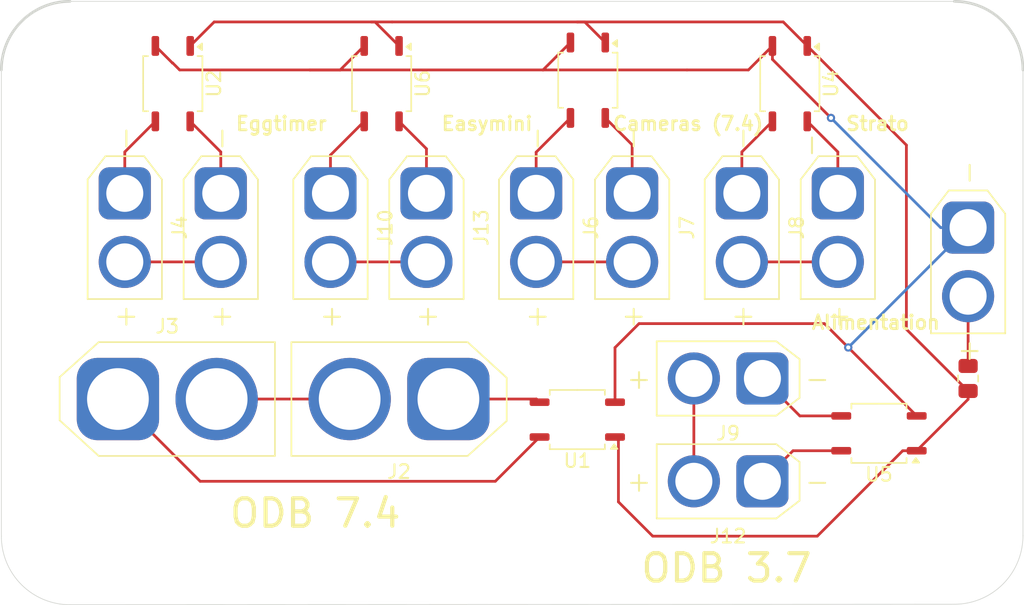
<source format=kicad_pcb>
(kicad_pcb (version 20240108) (generator "pcbnew") (generator_version "8.0")
  (layers (0 "F.Cu" signal) (31 "B.Cu" signal) (34 "B.Paste" user) (35 "F.Paste" user) (36 "B.SilkS" user "B.Silkscreen") (37 "F.SilkS" user "F.Silkscreen") (38 "B.Mask" user) (39 "F.Mask" user) (44 "Edge.Cuts" user))
  (net 0 "")
  (net 1 "GND")
  (net 2 "Net-(J2-Pin_1)")
  (net 3 "Net-(J2-Pin_2)")
  (net 4 "Net-(J3-Pin_1)")
  (net 5 "Net-(J4-Pin_2)")
  (net 6 "Net-(J4-Pin_1)")
  (net 7 "Net-(J5-Pin_1)")
  (net 8 "Net-(J6-Pin_1)")
  (net 9 "Net-(J6-Pin_2)")
  (net 10 "Net-(J7-Pin_1)")
  (net 11 "Net-(J11-Pin_2)")
  (net 12 "Net-(J8-Pin_1)")
  (net 13 "Net-(J12-Pin_2)")
  (net 14 "Net-(J9-Pin_1)")
  (net 15 "Net-(J10-Pin_2)")
  (net 16 "Net-(J10-Pin_1)")
  (net 17 "Net-(J11-Pin_1)")
  (net 18 "Net-(J12-Pin_1)")
  (net 19 "Net-(J13-Pin_1)")
  (net 20 "Net-(J1-Pin_2)")
  (net 21 "Vcc")
  (footprint "Connector_AMASS:AMASS_XT30U-M_1x02_P5.0mm_Vertical" (layer "F.Cu") (at 134 109 -90)
    (property "Reference" "J6" (at 2.5 -4 90) (layer "F.SilkS"))
    (property "Value" "Screw_Terminal_01x02" (hide yes))
    (fp_line (start -1.01 2.71) (end 7.71 2.71) (stroke (width 0.12)) (layer "F.SilkS"))
    (fp_line (start -2.71 1.41) (end -1.01 2.71) (stroke (width 0.12)) (layer "F.SilkS"))
    (fp_line (start -2.71 -1.41) (end -2.71 1.41) (stroke (width 0.12)) (layer "F.SilkS"))
    (fp_line (start -2.71 -1.41) (end -1.01 -2.71) (stroke (width 0.12)) (layer "F.SilkS"))
    (fp_line (start -1.01 -2.71) (end 7.71 -2.71) (stroke (width 0.12)) (layer "F.SilkS"))
    (fp_line (start 7.71 -2.71) (end 7.71 2.71) (stroke (width 0.12)) (layer "F.SilkS"))
    (fp_text user "+" (at 9 0 90) (layer "F.SilkS") (effects (font (size 1.5 1.5))))
    (fp_text user "-" (at -4 0 90) (layer "F.SilkS") (effects (font (size 1.5 1.5))))
    (pad "1" thru_hole roundrect (at 0 0 270) (size 3.8 3.8) (drill 2.7) (layers "*.Cu" "*.Mask") (roundrect_rratio 0.2) (net 8 "Net-(J6-Pin_1)"))
    (pad "2" thru_hole circle (at 5 0 270) (size 3.8 3.8) (drill 2.7) (layers "*.Cu" "*.Mask") (net 9 "Net-(J6-Pin_2)"))
  )
  (footprint "MountingHole:MountingHole_3.2mm_M3" (layer "F.Cu") (at 100 100)
    (property "Reference" "REF**" (hide yes))
    (property "Value" "MountingHole_3.2mm_M3" (hide yes))
    (pad "" np_thru_hole circle (at 0 0) (size 3.2 3.2) (drill 3.2) (layers "*.Cu" "*.Mask"))
  )
  (footprint "Connector_AMASS:AMASS_XT60-F_1x02_P7.20mm_Vertical" (layer "F.Cu") (at 103.5 124)
    (property "Reference" "J3" (at 3.6 -5.3 0) (layer "F.SilkS"))
    (property "Value" "Screw_Terminal_01x02" (hide yes))
    (fp_line (start -4.25 -1.6) (end -4.25 1.55) (stroke (width 0.12)) (layer "F.SilkS"))
    (fp_line (start -4.25 1.55) (end -1.4 4.15) (stroke (width 0.12)) (layer "F.SilkS"))
    (fp_line (start -1.4 -4.15) (end -4.25 -1.6) (stroke (width 0.12)) (layer "F.SilkS"))
    (fp_line (start -1.4 4.15) (end 11.45 4.15) (stroke (width 0.12)) (layer "F.SilkS"))
    (fp_line (start 11.45 -4.15) (end -1.4 -4.15) (stroke (width 0.12)) (layer "F.SilkS"))
    (fp_line (start 11.45 4.15) (end 11.45 -4.15) (stroke (width 0.12)) (layer "F.SilkS"))
    (pad "1" thru_hole roundrect (at 0 0) (size 6 6) (drill 4.5) (layers "*.Cu" "*.Mask") (net 4 "Net-(J3-Pin_1)"))
    (pad "2" thru_hole circle (at 7.2 0) (size 6 6) (drill 4.5) (layers "*.Cu" "*.Mask") (net 3 "Net-(J2-Pin_2)"))
  )
  (footprint "Connector_AMASS:AMASS_XT30U-M_1x02_P5.0mm_Vertical" (layer "F.Cu") (at 149 109 -90)
    (property "Reference" "J8" (at 2.5 -4 90) (layer "F.SilkS"))
    (property "Value" "Screw_Terminal_01x02" (hide yes))
    (fp_line (start -1.01 2.71) (end 7.71 2.71) (stroke (width 0.12)) (layer "F.SilkS"))
    (fp_line (start -2.71 1.41) (end -1.01 2.71) (stroke (width 0.12)) (layer "F.SilkS"))
    (fp_line (start -2.71 -1.41) (end -2.71 1.41) (stroke (width 0.12)) (layer "F.SilkS"))
    (fp_line (start -2.71 -1.41) (end -1.01 -2.71) (stroke (width 0.12)) (layer "F.SilkS"))
    (fp_line (start -1.01 -2.71) (end 7.71 -2.71) (stroke (width 0.12)) (layer "F.SilkS"))
    (fp_line (start 7.71 -2.71) (end 7.71 2.71) (stroke (width 0.12)) (layer "F.SilkS"))
    (fp_text user "+" (at 9 0 90) (layer "F.SilkS") (effects (font (size 1.5 1.5))))
    (fp_text user "-" (at -4 0 90) (layer "F.SilkS") (effects (font (size 1.5 1.5))))
    (pad "1" thru_hole roundrect (at 0 0 270) (size 3.8 3.8) (drill 2.7) (layers "*.Cu" "*.Mask") (roundrect_rratio 0.2) (net 12 "Net-(J8-Pin_1)"))
    (pad "2" thru_hole circle (at 5 0 270) (size 3.8 3.8) (drill 2.7) (layers "*.Cu" "*.Mask") (net 11 "Net-(J11-Pin_2)"))
  )
  (footprint "Connector_AMASS:AMASS_XT30U-M_1x02_P5.0mm_Vertical" (layer "F.Cu") (at 165.5 111.5 -90)
    (property "Reference" "J1" (hide yes))
    (property "Value" "Screw_Terminal_01x02" (hide yes))
    (fp_line (start -1.01 2.71) (end 7.71 2.71) (stroke (width 0.12)) (layer "F.SilkS"))
    (fp_line (start -2.71 1.41) (end -1.01 2.71) (stroke (width 0.12)) (layer "F.SilkS"))
    (fp_line (start -2.71 -1.41) (end -2.71 1.41) (stroke (width 0.12)) (layer "F.SilkS"))
    (fp_line (start -2.71 -1.41) (end -1.01 -2.71) (stroke (width 0.12)) (layer "F.SilkS"))
    (fp_line (start -1.01 -2.71) (end 7.71 -2.71) (stroke (width 0.12)) (layer "F.SilkS"))
    (fp_line (start 7.71 -2.71) (end 7.71 2.71) (stroke (width 0.12)) (layer "F.SilkS"))
    (fp_text user "+" (at 9 0 90) (layer "F.SilkS") (effects (font (size 1.5 1.5))))
    (fp_text user "-" (at -4 0 90) (layer "F.SilkS") (effects (font (size 1.5 1.5))))
    (pad "1" thru_hole roundrect (at 0 0 270) (size 3.8 3.8) (drill 2.7) (layers "*.Cu" "*.Mask") (roundrect_rratio 0.2) (net 1 "GND"))
    (pad "2" thru_hole circle (at 5 0 270) (size 3.8 3.8) (drill 2.7) (layers "*.Cu" "*.Mask") (net 20 "Net-(J1-Pin_2)"))
  )
  (footprint "Package_SO:SOP-4_3.8x4.1mm_P2.54mm" (layer "F.Cu") (at 107.5 101 -90)
    (property "Reference" "U2" (at 0 -3 90) (layer "F.SilkS"))
    (property "Value" "CPC1017N" (hide yes))
    (fp_line (start -2.01 2.16) (end -2.01 1.805) (stroke (width 0.12)) (layer "F.SilkS"))
    (fp_line (start 0 2.16) (end -2.01 2.16) (stroke (width 0.12)) (layer "F.SilkS"))
    (fp_line (start 0 2.16) (end 2.01 2.16) (stroke (width 0.12)) (layer "F.SilkS"))
    (fp_line (start 2.01 2.16) (end 2.01 1.805) (stroke (width 0.12)) (layer "F.SilkS"))
    (fp_line (start -2.01 -2.16) (end -2.01 -1.805) (stroke (width 0.12)) (layer "F.SilkS"))
    (fp_line (start 0 -2.16) (end -2.01 -2.16) (stroke (width 0.12)) (layer "F.SilkS"))
    (fp_line (start 0 -2.16) (end 2.01 -2.16) (stroke (width 0.12)) (layer "F.SilkS"))
    (fp_line (start 2.01 -2.16) (end 2.01 -1.805) (stroke (width 0.12)) (layer "F.SilkS"))
    (fp_poly (pts (xy -2.6875 -1.805) (xy -2.9275 -2.135) (xy -2.4475 -2.135) (xy -2.6875 -1.805)) (stroke (width 0.12)) (fill solid) (layer "F.SilkS"))
    (pad "1" smd roundrect (at -2.75 -1.27 270) (size 1.45 0.55) (layers "F.Cu" "F.Paste" "F.Mask") (net 21 "Vcc"))
    (pad "2" smd roundrect (at -2.75 1.27 270) (size 1.45 0.55) (layers "F.Cu" "F.Paste" "F.Mask") (net 1 "GND"))
    (pad "3" smd roundrect (at 2.75 1.27 270) (size 1.45 0.55) (layers "F.Cu" "F.Paste" "F.Mask") (net 6 "Net-(J4-Pin_1)"))
    (pad "4" smd roundrect (at 2.75 -1.27 270) (size 1.45 0.55) (layers "F.Cu" "F.Paste" "F.Mask") (net 7 "Net-(J5-Pin_1)"))
  )
  (footprint "MountingHole:MountingHole_3.2mm_M3" (layer "F.Cu") (at 164.5 134)
    (property "Reference" "REF**" (hide yes))
    (property "Value" "MountingHole_3.2mm_M3" (hide yes))
    (pad "" np_thru_hole circle (at 0 0) (size 3.2 3.2) (drill 3.2) (layers "*.Cu" "*.Mask"))
  )
  (footprint "Package_SO:SOP-4_3.8x4.1mm_P2.54mm" (layer "F.Cu") (at 137 125.5 180)
    (property "Reference" "U1" (at 0 -3 0) (layer "F.SilkS"))
    (property "Value" "CPC1017N" (hide yes))
    (fp_line (start 2.01 2.16) (end 2.01 1.805) (stroke (width 0.12)) (layer "F.SilkS"))
    (fp_line (start 2.01 -2.16) (end 2.01 -1.805) (stroke (width 0.12)) (layer "F.SilkS"))
    (fp_line (start 0 2.16) (end 2.01 2.16) (stroke (width 0.12)) (layer "F.SilkS"))
    (fp_line (start 0 2.16) (end -2.01 2.16) (stroke (width 0.12)) (layer "F.SilkS"))
    (fp_line (start 0 -2.16) (end 2.01 -2.16) (stroke (width 0.12)) (layer "F.SilkS"))
    (fp_line (start 0 -2.16) (end -2.01 -2.16) (stroke (width 0.12)) (layer "F.SilkS"))
    (fp_line (start -2.01 2.16) (end -2.01 1.805) (stroke (width 0.12)) (layer "F.SilkS"))
    (fp_line (start -2.01 -2.16) (end -2.01 -1.805) (stroke (width 0.12)) (layer "F.SilkS"))
    (fp_poly (pts (xy -2.6875 -1.805) (xy -2.9275 -2.135) (xy -2.4475 -2.135) (xy -2.6875 -1.805)) (stroke (width 0.12)) (fill solid) (layer "F.SilkS"))
    (pad "1" smd roundrect (at -2.75 -1.27 180) (size 1.45 0.55) (layers "F.Cu" "F.Paste" "F.Mask") (net 21 "Vcc"))
    (pad "2" smd roundrect (at -2.75 1.27 180) (size 1.45 0.55) (layers "F.Cu" "F.Paste" "F.Mask") (net 1 "GND"))
    (pad "3" smd roundrect (at 2.75 1.27 180) (size 1.45 0.55) (layers "F.Cu" "F.Paste" "F.Mask") (net 2 "Net-(J2-Pin_1)"))
    (pad "4" smd roundrect (at 2.75 -1.27 180) (size 1.45 0.55) (layers "F.Cu" "F.Paste" "F.Mask") (net 4 "Net-(J3-Pin_1)"))
  )
  (footprint "Connector_AMASS:AMASS_XT30U-M_1x02_P5.0mm_Vertical" (layer "F.Cu") (at 150.5 122.5 180)
    (property "Reference" "J9" (at 2.5 -4 0) (layer "F.SilkS"))
    (property "Value" "Screw_Terminal_01x02" (hide yes))
    (fp_line (start 7.71 -2.71) (end 7.71 2.71) (stroke (width 0.12)) (layer "F.SilkS"))
    (fp_line (start -1.01 2.71) (end 7.71 2.71) (stroke (width 0.12)) (layer "F.SilkS"))
    (fp_line (start -1.01 -2.71) (end 7.71 -2.71) (stroke (width 0.12)) (layer "F.SilkS"))
    (fp_line (start -2.71 1.41) (end -1.01 2.71) (stroke (width 0.12)) (layer "F.SilkS"))
    (fp_line (start -2.71 -1.41) (end -1.01 -2.71) (stroke (width 0.12)) (layer "F.SilkS"))
    (fp_line (start -2.71 -1.41) (end -2.71 1.41) (stroke (width 0.12)) (layer "F.SilkS"))
    (fp_text user "-" (at -4 0 0) (layer "F.SilkS") (effects (font (size 1.5 1.5))))
    (fp_text user "+" (at 9 0 0) (layer "F.SilkS") (effects (font (size 1.5 1.5))))
    (pad "1" thru_hole roundrect (at 0 0 180) (size 3.8 3.8) (drill 2.7) (layers "*.Cu" "*.Mask") (roundrect_rratio 0.2) (net 14 "Net-(J9-Pin_1)"))
    (pad "2" thru_hole circle (at 5 0 180) (size 3.8 3.8) (drill 2.7) (layers "*.Cu" "*.Mask") (net 13 "Net-(J12-Pin_2)"))
  )
  (footprint "Connector_AMASS:AMASS_XT30U-M_1x02_P5.0mm_Vertical" (layer "F.Cu") (at 119 109 -90)
    (property "Reference" "J10" (at 2.5 -4 90) (layer "F.SilkS"))
    (property "Value" "Screw_Terminal_01x02" (hide yes))
    (fp_line (start -1.01 2.71) (end 7.71 2.71) (stroke (width 0.12)) (layer "F.SilkS"))
    (fp_line (start -2.71 1.41) (end -1.01 2.71) (stroke (width 0.12)) (layer "F.SilkS"))
    (fp_line (start -2.71 -1.41) (end -2.71 1.41) (stroke (width 0.12)) (layer "F.SilkS"))
    (fp_line (start -2.71 -1.41) (end -1.01 -2.71) (stroke (width 0.12)) (layer "F.SilkS"))
    (fp_line (start -1.01 -2.71) (end 7.71 -2.71) (stroke (width 0.12)) (layer "F.SilkS"))
    (fp_line (start 7.71 -2.71) (end 7.71 2.71) (stroke (width 0.12)) (layer "F.SilkS"))
    (fp_text user "+" (at 9 0 90) (layer "F.SilkS") (effects (font (size 1.5 1.5))))
    (pad "1" thru_hole roundrect (at 0 0 270) (size 3.8 3.8) (drill 2.7) (layers "*.Cu" "*.Mask") (roundrect_rratio 0.2) (net 16 "Net-(J10-Pin_1)"))
    (pad "2" thru_hole circle (at 5 0 270) (size 3.8 3.8) (drill 2.7) (layers "*.Cu" "*.Mask") (net 15 "Net-(J10-Pin_2)"))
  )
  (footprint "Connector_AMASS:AMASS_XT30U-M_1x02_P5.0mm_Vertical" (layer "F.Cu") (at 150.5 130 180)
    (property "Reference" "J12" (at 2.5 -4 0) (layer "F.SilkS"))
    (property "Value" "Screw_Terminal_01x02" (hide yes))
    (fp_line (start 7.71 -2.71) (end 7.71 2.71) (stroke (width 0.12)) (layer "F.SilkS"))
    (fp_line (start -1.01 2.71) (end 7.71 2.71) (stroke (width 0.12)) (layer "F.SilkS"))
    (fp_line (start -1.01 -2.71) (end 7.71 -2.71) (stroke (width 0.12)) (layer "F.SilkS"))
    (fp_line (start -2.71 1.41) (end -1.01 2.71) (stroke (width 0.12)) (layer "F.SilkS"))
    (fp_line (start -2.71 -1.41) (end -1.01 -2.71) (stroke (width 0.12)) (layer "F.SilkS"))
    (fp_line (start -2.71 -1.41) (end -2.71 1.41) (stroke (width 0.12)) (layer "F.SilkS"))
    (fp_text user "-" (at -4 0 0) (layer "F.SilkS") (effects (font (size 1.5 1.5))))
    (fp_text user "+" (at 9 0 0) (layer "F.SilkS") (effects (font (size 1.5 1.5))))
    (pad "1" thru_hole roundrect (at 0 0 180) (size 3.8 3.8) (drill 2.7) (layers "*.Cu" "*.Mask") (roundrect_rratio 0.2) (net 18 "Net-(J12-Pin_1)"))
    (pad "2" thru_hole circle (at 5 0 180) (size 3.8 3.8) (drill 2.7) (layers "*.Cu" "*.Mask") (net 13 "Net-(J12-Pin_2)"))
  )
  (footprint "Package_SO:SOP-4_3.8x4.1mm_P2.54mm" (layer "F.Cu") (at 137.77 100.75 -90)
    (property "Reference" "U3" (hide yes))
    (property "Value" "CPC1017N" (hide yes))
    (fp_line (start -2.01 2.16) (end -2.01 1.805) (stroke (width 0.12)) (layer "F.SilkS"))
    (fp_line (start 0 2.16) (end -2.01 2.16) (stroke (width 0.12)) (layer "F.SilkS"))
    (fp_line (start 0 2.16) (end 2.01 2.16) (stroke (width 0.12)) (layer "F.SilkS"))
    (fp_line (start 2.01 2.16) (end 2.01 1.805) (stroke (width 0.12)) (layer "F.SilkS"))
    (fp_line (start -2.01 -2.16) (end -2.01 -1.805) (stroke (width 0.12)) (layer "F.SilkS"))
    (fp_line (start 0 -2.16) (end -2.01 -2.16) (stroke (width 0.12)) (layer "F.SilkS"))
    (fp_line (start 0 -2.16) (end 2.01 -2.16) (stroke (width 0.12)) (layer "F.SilkS"))
    (fp_line (start 2.01 -2.16) (end 2.01 -1.805) (stroke (width 0.12)) (layer "F.SilkS"))
    (fp_poly (pts (xy -2.6875 -1.805) (xy -2.9275 -2.135) (xy -2.4475 -2.135) (xy -2.6875 -1.805)) (stroke (width 0.12)) (fill solid) (layer "F.SilkS"))
    (pad "1" smd roundrect (at -2.75 -1.27 270) (size 1.45 0.55) (layers "F.Cu" "F.Paste" "F.Mask") (net 21 "Vcc"))
    (pad "2" smd roundrect (at -2.75 1.27 270) (size 1.45 0.55) (layers "F.Cu" "F.Paste" "F.Mask") (net 1 "GND"))
    (pad "3" smd roundrect (at 2.75 1.27 270) (size 1.45 0.55) (layers "F.Cu" "F.Paste" "F.Mask") (net 8 "Net-(J6-Pin_1)"))
    (pad "4" smd roundrect (at 2.75 -1.27 270) (size 1.45 0.55) (layers "F.Cu" "F.Paste" "F.Mask") (net 10 "Net-(J7-Pin_1)"))
  )
  (footprint "Package_SO:SOP-4_3.8x4.1mm_P2.54mm" (layer "F.Cu") (at 122.73 101 -90)
    (property "Reference" "U6" (at 0 -3 90) (layer "F.SilkS"))
    (property "Value" "CPC1017N" (hide yes))
    (fp_line (start -2.01 2.16) (end -2.01 1.805) (stroke (width 0.12)) (layer "F.SilkS"))
    (fp_line (start 0 2.16) (end -2.01 2.16) (stroke (width 0.12)) (layer "F.SilkS"))
    (fp_line (start 0 2.16) (end 2.01 2.16) (stroke (width 0.12)) (layer "F.SilkS"))
    (fp_line (start 2.01 2.16) (end 2.01 1.805) (stroke (width 0.12)) (layer "F.SilkS"))
    (fp_line (start -2.01 -2.16) (end -2.01 -1.805) (stroke (width 0.12)) (layer "F.SilkS"))
    (fp_line (start 0 -2.16) (end -2.01 -2.16) (stroke (width 0.12)) (layer "F.SilkS"))
    (fp_line (start 0 -2.16) (end 2.01 -2.16) (stroke (width 0.12)) (layer "F.SilkS"))
    (fp_line (start 2.01 -2.16) (end 2.01 -1.805) (stroke (width 0.12)) (layer "F.SilkS"))
    (fp_poly (pts (xy -2.6875 -1.805) (xy -2.9275 -2.135) (xy -2.4475 -2.135) (xy -2.6875 -1.805)) (stroke (width 0.12)) (fill solid) (layer "F.SilkS"))
    (pad "1" smd roundrect (at -2.75 -1.27 270) (size 1.45 0.55) (layers "F.Cu" "F.Paste" "F.Mask") (net 21 "Vcc"))
    (pad "2" smd roundrect (at -2.75 1.27 270) (size 1.45 0.55) (layers "F.Cu" "F.Paste" "F.Mask") (net 1 "GND"))
    (pad "3" smd roundrect (at 2.75 1.27 270) (size 1.45 0.55) (layers "F.Cu" "F.Paste" "F.Mask") (net 16 "Net-(J10-Pin_1)"))
    (pad "4" smd roundrect (at 2.75 -1.27 270) (size 1.45 0.55) (layers "F.Cu" "F.Paste" "F.Mask") (net 19 "Net-(J13-Pin_1)"))
  )
  (footprint "Package_SO:SOP-4_3.8x4.1mm_P2.54mm" (layer "F.Cu") (at 159 126.5 180)
    (property "Reference" "U5" (at 0 -3 0) (layer "F.SilkS"))
    (property "Value" "CPC1017N" (hide yes))
    (fp_line (start 2.01 2.16) (end 2.01 1.805) (stroke (width 0.12)) (layer "F.SilkS"))
    (fp_line (start 2.01 -2.16) (end 2.01 -1.805) (stroke (width 0.12)) (layer "F.SilkS"))
    (fp_line (start 0 2.16) (end 2.01 2.16) (stroke (width 0.12)) (layer "F.SilkS"))
    (fp_line (start 0 2.16) (end -2.01 2.16) (stroke (width 0.12)) (layer "F.SilkS"))
    (fp_line (start 0 -2.16) (end 2.01 -2.16) (stroke (width 0.12)) (layer "F.SilkS"))
    (fp_line (start 0 -2.16) (end -2.01 -2.16) (stroke (width 0.12)) (layer "F.SilkS"))
    (fp_line (start -2.01 2.16) (end -2.01 1.805) (stroke (width 0.12)) (layer "F.SilkS"))
    (fp_line (start -2.01 -2.16) (end -2.01 -1.805) (stroke (width 0.12)) (layer "F.SilkS"))
    (fp_poly (pts (xy -2.6875 -1.805) (xy -2.9275 -2.135) (xy -2.4475 -2.135) (xy -2.6875 -1.805)) (stroke (width 0.12)) (fill solid) (layer "F.SilkS"))
    (pad "1" smd roundrect (at -2.75 -1.27 180) (size 1.45 0.55) (layers "F.Cu" "F.Paste" "F.Mask") (net 21 "Vcc"))
    (pad "2" smd roundrect (at -2.75 1.27 180) (size 1.45 0.55) (layers "F.Cu" "F.Paste" "F.Mask") (net 1 "GND"))
    (pad "3" smd roundrect (at 2.75 1.27 180) (size 1.45 0.55) (layers "F.Cu" "F.Paste" "F.Mask") (net 14 "Net-(J9-Pin_1)"))
    (pad "4" smd roundrect (at 2.75 -1.27 180) (size 1.45 0.55) (layers "F.Cu" "F.Paste" "F.Mask") (net 18 "Net-(J12-Pin_1)"))
  )
  (footprint "Resistor_SMD:R_0805_2012Metric" (layer "F.Cu") (at 165.5 122.5 -90)
    (property "Reference" "R1" (hide yes))
    (property "Value" "560")
    (fp_line (start -0.227064 0.735) (end 0.227064 0.735) (stroke (width 0.12)) (layer "F.SilkS"))
    (fp_line (start -0.227064 -0.735) (end 0.227064 -0.735) (stroke (width 0.12)) (layer "F.SilkS"))
    (pad "1" smd roundrect (at -0.9125 0 270) (size 1.025 1.4) (layers "F.Cu" "F.Paste" "F.Mask") (roundrect_rratio 0.243902) (net 20 "Net-(J1-Pin_2)"))
    (pad "2" smd roundrect (at 0.9125 0 270) (size 1.025 1.4) (layers "F.Cu" "F.Paste" "F.Mask") (roundrect_rratio 0.243902) (net 21 "Vcc"))
  )
  (footprint "MountingHole:MountingHole_3.2mm_M3" (layer "F.Cu") (at 100 134)
    (property "Reference" "REF**" (hide yes))
    (property "Value" "MountingHole_3.2mm_M3" (hide yes))
    (pad "" np_thru_hole circle (at 0 0) (size 3.2 3.2) (drill 3.2) (layers "*.Cu" "*.Mask"))
  )
  (footprint "Connector_AMASS:AMASS_XT30U-M_1x02_P5.0mm_Vertical" (layer "F.Cu") (at 126 109 -90)
    (property "Reference" "J13" (at 2.5 -4 90) (layer "F.SilkS"))
    (property "Value" "Screw_Terminal_01x02" (hide yes))
    (fp_line (start -1.01 2.71) (end 7.71 2.71) (stroke (width 0.12)) (layer "F.SilkS"))
    (fp_line (start -2.71 1.41) (end -1.01 2.71) (stroke (width 0.12)) (layer "F.SilkS"))
    (fp_line (start -2.71 -1.41) (end -2.71 1.41) (stroke (width 0.12)) (layer "F.SilkS"))
    (fp_line (start -2.71 -1.41) (end -1.01 -2.71) (stroke (width 0.12)) (layer "F.SilkS"))
    (fp_line (start -1.01 -2.71) (end 7.71 -2.71) (stroke (width 0.12)) (layer "F.SilkS"))
    (fp_line (start 7.71 -2.71) (end 7.71 2.71) (stroke (width 0.12)) (layer "F.SilkS"))
    (fp_text user "+" (at 9 0 90) (layer "F.SilkS") (effects (font (size 1.5 1.5))))
    (pad "1" thru_hole roundrect (at 0 0 270) (size 3.8 3.8) (drill 2.7) (layers "*.Cu" "*.Mask") (roundrect_rratio 0.2) (net 19 "Net-(J13-Pin_1)"))
    (pad "2" thru_hole circle (at 5 0 270) (size 3.8 3.8) (drill 2.7) (layers "*.Cu" "*.Mask") (net 15 "Net-(J10-Pin_2)"))
  )
  (footprint "Connector_AMASS:AMASS_XT30U-M_1x02_P5.0mm_Vertical" (layer "F.Cu") (at 104 109 -90)
    (property "Reference" "J4" (at 2.5 -4 90) (layer "F.SilkS"))
    (property "Value" "Screw_Terminal_01x02" (hide yes))
    (fp_line (start -1.01 2.71) (end 7.71 2.71) (stroke (width 0.12)) (layer "F.SilkS"))
    (fp_line (start -2.71 1.41) (end -1.01 2.71) (stroke (width 0.12)) (layer "F.SilkS"))
    (fp_line (start -2.71 -1.41) (end -2.71 1.41) (stroke (width 0.12)) (layer "F.SilkS"))
    (fp_line (start -2.71 -1.41) (end -1.01 -2.71) (stroke (width 0.12)) (layer "F.SilkS"))
    (fp_line (start -1.01 -2.71) (end 7.71 -2.71) (stroke (width 0.12)) (layer "F.SilkS"))
    (fp_line (start 7.71 -2.71) (end 7.71 2.71) (stroke (width 0.12)) (layer "F.SilkS"))
    (fp_text user "+" (at 9 0 90) (layer "F.SilkS") (effects (font (size 1.5 1.5))))
    (fp_text user "-" (at -4 0 90) (layer "F.SilkS") (effects (font (size 1.5 1.5))))
    (pad "1" thru_hole roundrect (at 0 0 270) (size 3.8 3.8) (drill 2.7) (layers "*.Cu" "*.Mask") (roundrect_rratio 0.2) (net 6 "Net-(J4-Pin_1)"))
    (pad "2" thru_hole circle (at 5 0 270) (size 3.8 3.8) (drill 2.7) (layers "*.Cu" "*.Mask") (net 5 "Net-(J4-Pin_2)"))
  )
  (footprint "Connector_AMASS:AMASS_XT30U-M_1x02_P5.0mm_Vertical" (layer "F.Cu") (at 156 109 -90)
    (property "Reference" "J11" (hide yes))
    (property "Value" "Screw_Terminal_01x02" (hide yes))
    (fp_line (start -1.01 2.71) (end 7.71 2.71) (stroke (width 0.12)) (layer "F.SilkS"))
    (fp_line (start -2.71 1.41) (end -1.01 2.71) (stroke (width 0.12)) (layer "F.SilkS"))
    (fp_line (start -2.71 -1.41) (end -2.71 1.41) (stroke (width 0.12)) (layer "F.SilkS"))
    (fp_line (start -2.71 -1.41) (end -1.01 -2.71) (stroke (width 0.12)) (layer "F.SilkS"))
    (fp_line (start -1.01 -2.71) (end 7.71 -2.71) (stroke (width 0.12)) (layer "F.SilkS"))
    (fp_line (start 7.71 -2.71) (end 7.71 2.71) (stroke (width 0.12)) (layer "F.SilkS"))
    (fp_text user "-" (at -3.5 2 90) (layer "F.SilkS") (effects (font (size 1.5 1.5))))
    (fp_text user "+" (at 9 0 90) (layer "F.SilkS") (effects (font (size 1.5 1.5))))
    (pad "1" thru_hole roundrect (at 0 0 270) (size 3.8 3.8) (drill 2.7) (layers "*.Cu" "*.Mask") (roundrect_rratio 0.2) (net 17 "Net-(J11-Pin_1)"))
    (pad "2" thru_hole circle (at 5 0 270) (size 3.8 3.8) (drill 2.7) (layers "*.Cu" "*.Mask") (net 11 "Net-(J11-Pin_2)"))
  )
  (footprint "Package_SO:SOP-4_3.8x4.1mm_P2.54mm" (layer "F.Cu") (at 152.5 101 -90)
    (property "Reference" "U4" (at 0 -3 90) (layer "F.SilkS"))
    (property "Value" "CPC1017N" (hide yes))
    (fp_line (start -2.01 2.16) (end -2.01 1.805) (stroke (width 0.12)) (layer "F.SilkS"))
    (fp_line (start 0 2.16) (end -2.01 2.16) (stroke (width 0.12)) (layer "F.SilkS"))
    (fp_line (start 0 2.16) (end 2.01 2.16) (stroke (width 0.12)) (layer "F.SilkS"))
    (fp_line (start 2.01 2.16) (end 2.01 1.805) (stroke (width 0.12)) (layer "F.SilkS"))
    (fp_line (start -2.01 -2.16) (end -2.01 -1.805) (stroke (width 0.12)) (layer "F.SilkS"))
    (fp_line (start 0 -2.16) (end -2.01 -2.16) (stroke (width 0.12)) (layer "F.SilkS"))
    (fp_line (start 0 -2.16) (end 2.01 -2.16) (stroke (width 0.12)) (layer "F.SilkS"))
    (fp_line (start 2.01 -2.16) (end 2.01 -1.805) (stroke (width 0.12)) (layer "F.SilkS"))
    (fp_poly (pts (xy -2.6875 -1.805) (xy -2.9275 -2.135) (xy -2.4475 -2.135) (xy -2.6875 -1.805)) (stroke (width 0.12)) (fill solid) (layer "F.SilkS"))
    (pad "1" smd roundrect (at -2.75 -1.27 270) (size 1.45 0.55) (layers "F.Cu" "F.Paste" "F.Mask") (net 21 "Vcc"))
    (pad "2" smd roundrect (at -2.75 1.27 270) (size 1.45 0.55) (layers "F.Cu" "F.Paste" "F.Mask") (net 1 "GND"))
    (pad "3" smd roundrect (at 2.75 1.27 270) (size 1.45 0.55) (layers "F.Cu" "F.Paste" "F.Mask") (net 12 "Net-(J8-Pin_1)"))
    (pad "4" smd roundrect (at 2.75 -1.27 270) (size 1.45 0.55) (layers "F.Cu" "F.Paste" "F.Mask") (net 17 "Net-(J11-Pin_1)"))
  )
  (footprint "Connector_AMASS:AMASS_XT60-F_1x02_P7.20mm_Vertical" (layer "F.Cu") (at 127.6 124 180)
    (property "Reference" "J2" (at 3.6 -5.3 0) (layer "F.SilkS"))
    (property "Value" "Screw_Terminal_01x02" (hide yes))
    (fp_line (start 11.45 4.15) (end 11.45 -4.15) (stroke (width 0.12)) (layer "F.SilkS"))
    (fp_line (start 11.45 -4.15) (end -1.4 -4.15) (stroke (width 0.12)) (layer "F.SilkS"))
    (fp_line (start -1.4 4.15) (end 11.45 4.15) (stroke (width 0.12)) (layer "F.SilkS"))
    (fp_line (start -1.4 -4.15) (end -4.25 -1.6) (stroke (width 0.12)) (layer "F.SilkS"))
    (fp_line (start -4.25 1.55) (end -1.4 4.15) (stroke (width 0.12)) (layer "F.SilkS"))
    (fp_line (start -4.25 -1.6) (end -4.25 1.55) (stroke (width 0.12)) (layer "F.SilkS"))
    (pad "1" thru_hole roundrect (at 0 0 180) (size 6 6) (drill 4.5) (layers "*.Cu" "*.Mask") (net 2 "Net-(J2-Pin_1)"))
    (pad "2" thru_hole circle (at 7.2 0 180) (size 6 6) (drill 4.5) (layers "*.Cu" "*.Mask") (net 3 "Net-(J2-Pin_2)"))
  )
  (footprint "Connector_AMASS:AMASS_XT30U-M_1x02_P5.0mm_Vertical" (layer "F.Cu") (at 141 109 -90)
    (property "Reference" "J7" (at 2.5 -4 90) (layer "F.SilkS"))
    (property "Value" "Screw_Terminal_01x02" (hide yes))
    (fp_line (start -1.01 2.71) (end 7.71 2.71) (stroke (width 0.12)) (layer "F.SilkS"))
    (fp_line (start -2.71 1.41) (end -1.01 2.71) (stroke (width 0.12)) (layer "F.SilkS"))
    (fp_line (start -2.71 -1.41) (end -2.71 1.41) (stroke (width 0.12)) (layer "F.SilkS"))
    (fp_line (start -2.71 -1.41) (end -1.01 -2.71) (stroke (width 0.12)) (layer "F.SilkS"))
    (fp_line (start -1.01 -2.71) (end 7.71 -2.71) (stroke (width 0.12)) (layer "F.SilkS"))
    (fp_line (start 7.71 -2.71) (end 7.71 2.71) (stroke (width 0.12)) (layer "F.SilkS"))
    (fp_text user "-" (at -4 0 90) (layer "F.SilkS") (effects (font (size 1.5 1.5))))
    (fp_text user "+" (at 9 0 90) (layer "F.SilkS") (effects (font (size 1.5 1.5))))
    (pad "1" thru_hole roundrect (at 0 0 270) (size 3.8 3.8) (drill 2.7) (layers "*.Cu" "*.Mask") (roundrect_rratio 0.2) (net 10 "Net-(J7-Pin_1)"))
    (pad "2" thru_hole circle (at 5 0 270) (size 3.8 3.8) (drill 2.7) (layers "*.Cu" "*.Mask") (net 9 "Net-(J6-Pin_2)"))
  )
  (footprint "Connector_AMASS:AMASS_XT30U-M_1x02_P5.0mm_Vertical" (layer "F.Cu") (at 111 109 -90)
    (property "Reference" "J5" (hide yes))
    (property "Value" "Screw_Terminal_01x02" (hide yes))
    (fp_line (start -1.01 2.71) (end 7.71 2.71) (stroke (width 0.12)) (layer "F.SilkS"))
    (fp_line (start -2.71 1.41) (end -1.01 2.71) (stroke (width 0.12)) (layer "F.SilkS"))
    (fp_line (start -2.71 -1.41) (end -2.71 1.41) (stroke (width 0.12)) (layer "F.SilkS"))
    (fp_line (start -2.71 -1.41) (end -1.01 -2.71) (stroke (width 0.12)) (layer "F.SilkS"))
    (fp_line (start -1.01 -2.71) (end 7.71 -2.71) (stroke (width 0.12)) (layer "F.SilkS"))
    (fp_line (start 7.71 -2.71) (end 7.71 2.71) (stroke (width 0.12)) (layer "F.SilkS"))
    (fp_text user "-" (at -4 0 90) (layer "F.SilkS") (effects (font (size 1.5 1.5))))
    (fp_text user "+" (at 9 0 90) (layer "F.SilkS") (effects (font (size 1.5 1.5))))
    (pad "1" thru_hole roundrect (at 0 0 270) (size 3.8 3.8) (drill 2.7) (layers "*.Cu" "*.Mask") (roundrect_rratio 0.2) (net 7 "Net-(J5-Pin_1)"))
    (pad "2" thru_hole circle (at 5 0 270) (size 3.8 3.8) (drill 2.7) (layers "*.Cu" "*.Mask") (net 5 "Net-(J4-Pin_2)"))
  )
  (footprint "MountingHole:MountingHole_3.2mm_M3" (layer "F.Cu") (at 164.5 100)
    (property "Reference" "REF**" (hide yes))
    (property "Value" "MountingHole_3.2mm_M3" (hide yes))
    (pad "" np_thru_hole circle (at 0 0) (size 3.2 3.2) (drill 3.2) (layers "*.Cu" "*.Mask"))
  )
  (gr_arc (start 169.5 133.964466) (mid 168.035546 137.500022) (end 164.5 138.964466) (stroke (width 0.05)) (layer "Edge.Cuts"))
  (gr_line (start 164.5 138.964466) (end 100 139) (stroke (width 0.05)) (layer "Edge.Cuts"))
  (gr_arc (start 100 139) (mid 96.464466 137.535534) (end 95 134) (stroke (width 0.05)) (layer "Edge.Cuts"))
  (gr_arc (start 95 100) (mid 96.464466 96.464466) (end 100 95) (stroke (width 0.2)) (layer "Edge.Cuts"))
  (gr_line (start 100 95) (end 164.5 95) (stroke (width 0.05)) (layer "Edge.Cuts"))
  (gr_line (start 95 100) (end 95 134) (stroke (width 0.05)) (layer "Edge.Cuts"))
  (gr_arc (start 164.5 95) (mid 168.035534 96.464466) (end 169.5 100) (stroke (width 0.2)) (layer "Edge.Cuts"))
  (gr_line (start 169.5 100) (end 169.5 133.964466) (stroke (width 0.05)) (layer "Edge.Cuts"))
  (gr_text "Easymini" (at 127 104.5 0) (layer "F.SilkS") (effects (font (size 1 1) (thickness 0.2) (bold yes)) (justify left bottom)))
  (gr_text "ODB 3.7" (at 141.5 137.5 0) (layer "F.SilkS") (effects (font (size 2 2) (thickness 0.3) (bold yes)) (justify left bottom)))
  (gr_text "ODB 7.4" (at 111.5 133.5 0) (layer "F.SilkS") (effects (font (size 2 2) (thickness 0.3) (bold yes)) (justify left bottom)))
  (gr_text "Alimentation" (at 154 119 0) (layer "F.SilkS") (effects (font (size 1 1) (thickness 0.2) (bold yes)) (justify left bottom)))
  (gr_text "Strato" (at 156.5 104.5 0) (layer "F.SilkS") (effects (font (size 1 1) (thickness 0.2) (bold yes)) (justify left bottom)))
  (gr_text "Cameras (7.4)" (at 139.5 104.5 0) (layer "F.SilkS") (effects (font (size 1 1) (thickness 0.2) (bold yes)) (justify left bottom)))
  (gr_text "Eggtimer" (at 112 104.5 0) (layer "F.SilkS") (effects (font (size 1 1) (thickness 0.2) (bold yes)) (justify left bottom)))
  (segment (start 134.5 100) (end 145 100) (width 0.2) (layer "F.Cu") (net 1))
  (segment (start 108 100) (end 117.5 100) (width 0.2) (layer "F.Cu") (net 1))
  (segment (start 151.23 99.23) (end 151.23 98.25) (width 0.2) (layer "F.Cu") (net 1))
  (segment (start 141.5 118.5) (end 155.02 118.5) (width 0.2) (layer "F.Cu") (net 1))
  (segment (start 136.5 98) (end 134.5 100) (width 0.2) (layer "F.Cu") (net 1))
  (segment (start 117.5 100) (end 119.71 100) (width 0.2) (layer "F.Cu") (net 1))
  (segment (start 119.71 100) (end 121.46 98.25) (width 0.2) (layer "F.Cu") (net 1))
  (segment (start 139.75 124.23) (end 139.75 120.25) (width 0.2) (layer "F.Cu") (net 1))
  (segment (start 145 100) (end 149.48 100) (width 0.2) (layer "F.Cu") (net 1))
  (segment (start 155.5 103.5) (end 151.23 99.23) (width 0.2) (layer "F.Cu") (net 1))
  (segment (start 107.5 99.5) (end 108 100) (width 0.2) (layer "F.Cu") (net 1))
  (segment (start 107.48 99.5) (end 107.5 99.5) (width 0.2) (layer "F.Cu") (net 1))
  (segment (start 149.48 100) (end 151.23 98.25) (width 0.2) (layer "F.Cu") (net 1))
  (segment (start 156.76 120.24) (end 161.75 125.23) (width 0.2) (layer "F.Cu") (net 1))
  (segment (start 139.75 120.25) (end 141.5 118.5) (width 0.2) (layer "F.Cu") (net 1))
  (segment (start 106.23 98.25) (end 107.48 99.5) (width 0.2) (layer "F.Cu") (net 1))
  (segment (start 117.5 100) (end 134.5 100) (width 0.2) (layer "F.Cu") (net 1))
  (segment (start 155.02 118.5) (end 156.76 120.24) (width 0.2) (layer "F.Cu") (net 1))
  (via (at 155.5 103.5) (size 0.6) (drill 0.3) (layers "F.Cu" "B.Cu") (net 1))
  (via (at 156.76 120.24) (size 0.6) (drill 0.3) (layers "F.Cu" "B.Cu") (net 1))
  (segment (start 165.5 111.5) (end 163.5 111.5) (width 0.2) (layer "B.Cu") (net 1))
  (segment (start 165.5 111.5) (end 156.76 120.24) (width 0.2) (layer "B.Cu") (net 1))
  (segment (start 163.5 111.5) (end 155.5 103.5) (width 0.2) (layer "B.Cu") (net 1))
  (segment (start 127.6 124) (end 134.02 124) (width 0.2) (layer "F.Cu") (net 2))
  (segment (start 134.02 124) (end 134.25 124.23) (width 0.2) (layer "F.Cu") (net 2))
  (segment (start 110.7 124) (end 120.4 124) (width 0.2) (layer "F.Cu") (net 3))
  (segment (start 103.5 124) (end 109.5 130) (width 0.2) (layer "F.Cu") (net 4))
  (segment (start 131.02 130) (end 134.25 126.77) (width 0.2) (layer "F.Cu") (net 4))
  (segment (start 109.5 130) (end 131.02 130) (width 0.2) (layer "F.Cu") (net 4))
  (segment (start 104 114) (end 111 114) (width 0.2) (layer "F.Cu") (net 5))
  (segment (start 104 109) (end 104 105.98) (width 0.2) (layer "F.Cu") (net 6))
  (segment (start 104 105.98) (end 106.23 103.75) (width 0.2) (layer "F.Cu") (net 6))
  (segment (start 111 105.98) (end 108.77 103.75) (width 0.2) (layer "F.Cu") (net 7))
  (segment (start 111 109) (end 111 105.98) (width 0.2) (layer "F.Cu") (net 7))
  (segment (start 134 109) (end 134 106) (width 0.2) (layer "F.Cu") (net 8))
  (segment (start 134 106) (end 136.5 103.5) (width 0.2) (layer "F.Cu") (net 8))
  (segment (start 141 114) (end 134 114) (width 0.2) (layer "F.Cu") (net 9))
  (segment (start 141 109) (end 141 105.46) (width 0.2) (layer "F.Cu") (net 10))
  (segment (start 141 105.46) (end 139.04 103.5) (width 0.2) (layer "F.Cu") (net 10))
  (segment (start 156 114) (end 149 114) (width 0.2) (layer "F.Cu") (net 11))
  (segment (start 149 109) (end 149 105.98) (width 0.2) (layer "F.Cu") (net 12))
  (segment (start 149 105.98) (end 151.23 103.75) (width 0.2) (layer "F.Cu") (net 12))
  (segment (start 145.5 122.5) (end 145.5 130) (width 0.2) (layer "F.Cu") (net 13))
  (segment (start 156.25 125.23) (end 153.23 125.23) (width 0.2) (layer "F.Cu") (net 14))
  (segment (start 153.23 125.23) (end 150.5 122.5) (width 0.2) (layer "F.Cu") (net 14))
  (segment (start 119 114) (end 126 114) (width 0.2) (layer "F.Cu") (net 15))
  (segment (start 119 109) (end 119 106.21) (width 0.2) (layer "F.Cu") (net 16))
  (segment (start 119 106.21) (end 121.46 103.75) (width 0.2) (layer "F.Cu") (net 16))
  (segment (start 156 109) (end 156 105.98) (width 0.2) (layer "F.Cu") (net 17))
  (segment (start 156 105.98) (end 153.77 103.75) (width 0.2) (layer "F.Cu") (net 17))
  (segment (start 152.73 127.77) (end 150.5 130) (width 0.2) (layer "F.Cu") (net 18))
  (segment (start 156.25 127.77) (end 152.73 127.77) (width 0.2) (layer "F.Cu") (net 18))
  (segment (start 126 105.75) (end 126 109) (width 0.2) (layer "F.Cu") (net 19))
  (segment (start 124 103.75) (end 126 105.75) (width 0.2) (layer "F.Cu") (net 19))
  (segment (start 165.5 116.5) (end 165.5 121.5875) (width 0.2) (layer "F.Cu") (net 20))
  (segment (start 140 131.5) (end 140 127.02) (width 0.2) (layer "F.Cu") (net 21))
  (segment (start 161.75 127.77) (end 160.73 127.77) (width 0.2) (layer "F.Cu") (net 21))
  (segment (start 153.77 98.25) (end 161 105.48) (width 0.2) (layer "F.Cu") (net 21))
  (segment (start 154.5 134) (end 142.5 134) (width 0.2) (layer "F.Cu") (net 21))
  (segment (start 160.73 127.77) (end 154.5 134) (width 0.2) (layer "F.Cu") (net 21))
  (segment (start 161 118.9125) (end 165.5 123.4125) (width 0.2) (layer "F.Cu") (net 21))
  (segment (start 110.52 96.5) (end 122 96.5) (width 0.2) (layer "F.Cu") (net 21))
  (segment (start 137.54 96.5) (end 137 96.5) (width 0.2) (layer "F.Cu") (net 21))
  (segment (start 165.5 124.02) (end 165.5 123.4125) (width 0.2) (layer "F.Cu") (net 21))
  (segment (start 161.75 127.77) (end 165.5 124.02) (width 0.2) (layer "F.Cu") (net 21))
  (segment (start 122.25 96.5) (end 122 96.5) (width 0.2) (layer "F.Cu") (net 21))
  (segment (start 139.04 98) (end 137.54 96.5) (width 0.2) (layer "F.Cu") (net 21))
  (segment (start 140 127.02) (end 139.75 126.77) (width 0.2) (layer "F.Cu") (net 21))
  (segment (start 152.02 96.5) (end 153.77 98.25) (width 0.2) (layer "F.Cu") (net 21))
  (segment (start 161 105.48) (end 161 118.9125) (width 0.2) (layer "F.Cu") (net 21))
  (segment (start 124 98.25) (end 122.25 96.5) (width 0.2) (layer "F.Cu") (net 21))
  (segment (start 108.77 98.25) (end 110.52 96.5) (width 0.2) (layer "F.Cu") (net 21))
  (segment (start 142.5 134) (end 140 131.5) (width 0.2) (layer "F.Cu") (net 21))
  (segment (start 123.5 96.5) (end 137 96.5) (width 0.2) (layer "F.Cu") (net 21))
  (segment (start 122 96.5) (end 123.5 96.5) (width 0.2) (layer "F.Cu") (net 21))
  (segment (start 137 96.5) (end 152.02 96.5) (width 0.2) (layer "F.Cu") (net 21))
)
</source>
